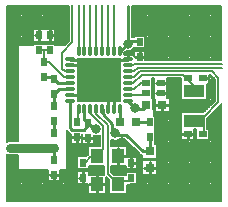
<source format=gtl>
%FSLAX24Y24*%
%MOIN*%
G70*
G01*
G75*
G04 Layer_Physical_Order=1*
G04 Layer_Color=255*
%ADD10C,0.0080*%
%ADD11R,0.0300X0.0300*%
%ADD12R,0.0200X0.0250*%
%ADD13R,0.0300X0.0300*%
%ADD14R,0.0250X0.0200*%
%ADD15O,0.0118X0.0335*%
%ADD16O,0.0335X0.0118*%
%ADD17R,0.1457X0.1457*%
%ADD18R,0.0433X0.0472*%
%ADD19R,0.0709X0.0394*%
%ADD20C,0.0100*%
%ADD21C,0.0060*%
%ADD22C,0.0300*%
%ADD23C,0.0320*%
%ADD24C,0.0240*%
D10*
X7261Y3316D02*
G03*
X7280Y3341I-85J85D01*
G01*
X7261Y3316D02*
G03*
X7280Y3341I-85J85D01*
G01*
X4108Y5101D02*
G03*
X4365Y5210I47J245D01*
G01*
X4365Y4956D02*
G03*
X4278Y4984I-87J-121D01*
G01*
X4566Y1667D02*
G03*
X4643Y1628I99J99D01*
G01*
X4566Y1667D02*
G03*
X4643Y1628I99J99D01*
G01*
X4171Y654D02*
G03*
X4228Y668I0J120D01*
G01*
X4171Y654D02*
G03*
X4228Y668I0J120D01*
G01*
X3612Y2147D02*
G03*
X3906Y2186I121J219D01*
G01*
X3021Y2271D02*
G03*
X3225Y2300I69J240D01*
G01*
X2208Y2383D02*
G03*
X2261Y2350I99J99D01*
G01*
X2208Y2383D02*
G03*
X2261Y2350I99J99D01*
G01*
X235Y2118D02*
G03*
X120Y2088I0J-240D01*
G01*
X120Y1667D02*
G03*
X235Y1638I115J211D01*
G01*
X7229Y4806D02*
X7229Y6630D01*
X7280Y4806D02*
X7280Y6630D01*
X7159Y4806D02*
X7159Y6630D01*
X4745Y4933D02*
X7280Y4933D01*
X4745Y4863D02*
X7280Y4863D01*
X4745Y5003D02*
X7280Y5003D01*
X6739Y4806D02*
X6739Y6630D01*
X6809Y4806D02*
X6809Y6630D01*
X6669Y4806D02*
X6669Y6630D01*
X6949Y4806D02*
X6949Y6630D01*
X7019Y4806D02*
X7019Y6630D01*
X6879Y4806D02*
X6879Y6630D01*
X6459Y4806D02*
X6459Y6630D01*
X6529Y4806D02*
X6529Y6630D01*
X6389Y4806D02*
X6389Y6630D01*
X6599Y4806D02*
X6599Y6630D01*
X7089Y4806D02*
X7089Y6630D01*
X4745Y4806D02*
X7280Y4806D01*
X6039Y4806D02*
X6039Y6630D01*
X6109Y4806D02*
X6109Y6630D01*
X5969Y4806D02*
X5969Y6630D01*
X6249Y4806D02*
X6249Y6630D01*
X6319Y4806D02*
X6319Y6630D01*
X6179Y4806D02*
X6179Y6630D01*
X4299Y6193D02*
X7280Y6193D01*
X4299Y6123D02*
X7280Y6123D01*
X4299Y6263D02*
X7280Y6263D01*
X4299Y5983D02*
X7280Y5983D01*
X4299Y5913D02*
X7280Y5913D01*
X4299Y6053D02*
X7280Y6053D01*
X4299Y6613D02*
X7280Y6613D01*
X4299Y6543D02*
X7280Y6543D01*
X4298Y6630D02*
X7280Y6630D01*
X4299Y6403D02*
X7280Y6403D01*
X4299Y6333D02*
X7280Y6333D01*
X4299Y6473D02*
X7280Y6473D01*
X4745Y5353D02*
X7280Y5353D01*
X4745Y5283D02*
X7280Y5283D01*
X4745Y5423D02*
X7280Y5423D01*
X4745Y5213D02*
X7280Y5213D01*
X4745Y5073D02*
X7280Y5073D01*
X4301Y5143D02*
X7280Y5143D01*
X4299Y5773D02*
X7280Y5773D01*
X4299Y5703D02*
X7280Y5703D01*
X4299Y5843D02*
X7280Y5843D01*
X4745Y5563D02*
X7280Y5563D01*
X4745Y5493D02*
X7280Y5493D01*
X4299Y5633D02*
X7280Y5633D01*
X6907Y4324D02*
X7056Y4175D01*
X6876Y4163D02*
X7056Y4163D01*
X6876Y4093D02*
X7056Y4093D01*
X6806Y3883D02*
X7056Y3883D01*
X6806Y3603D02*
X7056Y3603D01*
X6806Y4023D02*
X7056Y4023D01*
X6876Y4303D02*
X6928Y4303D01*
X6876Y4026D02*
X6876Y4324D01*
X6907Y4324D01*
X6876Y4233D02*
X6998Y4233D01*
X6806Y4026D02*
X6876Y4026D01*
X6806Y3953D02*
X7056Y3953D01*
X6806Y3533D02*
X7056Y3533D01*
X7198Y3253D02*
X7280Y3253D01*
X7128Y3183D02*
X7280Y3183D01*
X7058Y3113D02*
X7280Y3113D01*
X7019Y3414D02*
X7019Y4212D01*
X6949Y3344D02*
X6949Y4282D01*
X6879Y3274D02*
X6879Y4324D01*
X7056Y3451D02*
X7056Y4175D01*
X6809Y3204D02*
X6809Y4026D01*
X6806Y3485D02*
X6806Y4026D01*
X5476Y4163D02*
X5946Y4163D01*
X5476Y4093D02*
X5946Y4093D01*
X6806Y3743D02*
X7056Y3743D01*
X6806Y3673D02*
X7056Y3673D01*
X6806Y3813D02*
X7056Y3813D01*
X5476Y4203D02*
X5941Y4203D01*
X5946Y4059D02*
X5946Y4198D01*
X5476Y4023D02*
X5917Y4023D01*
X5476Y3883D02*
X5917Y3883D01*
X5476Y3603D02*
X5917Y3603D01*
X5476Y3953D02*
X5917Y3953D01*
X5917Y3485D02*
X6806Y3485D01*
X5550Y3463D02*
X7056Y3463D01*
X5550Y3393D02*
X6998Y3393D01*
X5550Y3253D02*
X6858Y3253D01*
X5550Y3183D02*
X6788Y3183D01*
X5550Y3323D02*
X6928Y3323D01*
X5917Y3485D02*
X5917Y4059D01*
X6739Y3134D02*
X6739Y3485D01*
X5550Y3533D02*
X5917Y3533D01*
X5917Y3075D02*
X6680Y3075D01*
X5550Y3113D02*
X6718Y3113D01*
X5479Y4806D02*
X5479Y6630D01*
X5549Y4806D02*
X5549Y6630D01*
X5409Y4806D02*
X5409Y6630D01*
X5829Y4806D02*
X5829Y6630D01*
X5899Y4806D02*
X5899Y6630D01*
X5619Y4806D02*
X5619Y6630D01*
X4709Y5631D02*
X4709Y6630D01*
X5339Y4806D02*
X5339Y6630D01*
X4639Y5631D02*
X4639Y6630D01*
X4745Y5201D02*
X4745Y5631D01*
X4709Y5131D02*
X4709Y5201D01*
X4639Y5131D02*
X4639Y5201D01*
X5129Y4806D02*
X5129Y6630D01*
X5199Y4806D02*
X5199Y6630D01*
X5059Y4806D02*
X5059Y6630D01*
X5689Y4806D02*
X5689Y6630D01*
X5759Y4806D02*
X5759Y6630D01*
X5269Y4806D02*
X5269Y6630D01*
X4919Y4806D02*
X4919Y6630D01*
X4989Y4806D02*
X4989Y6630D01*
X4849Y4806D02*
X4849Y6630D01*
X4779Y4806D02*
X4779Y6630D01*
X5046Y3906D02*
X5046Y4203D01*
X4745Y4806D02*
X4745Y5131D01*
X4499Y5631D02*
X4499Y6630D01*
X4569Y5631D02*
X4569Y6630D01*
X4365Y5631D02*
X4745Y5631D01*
X4365Y5201D02*
X4745Y5201D01*
X4499Y5131D02*
X4499Y5201D01*
X4365Y5131D02*
X4745Y5131D01*
X4429Y5631D02*
X4429Y6630D01*
X4359Y5576D02*
X4359Y6630D01*
X4299Y5576D02*
X4299Y6624D01*
X4365Y5576D02*
X4365Y5631D01*
X4429Y5131D02*
X4429Y5201D01*
X4299Y5576D02*
X4365Y5576D01*
X4569Y5131D02*
X4569Y5201D01*
X4365Y4956D02*
X4365Y5131D01*
X4289Y4984D02*
X4289Y5135D01*
X4359Y4960D02*
X4359Y5201D01*
X4219Y4984D02*
X4219Y5104D01*
X4149Y4984D02*
X4149Y5096D01*
X5476Y3866D02*
X5476Y3906D01*
X5476Y3866D02*
X5476Y3906D01*
X5476Y4203D01*
X5476Y3743D02*
X5917Y3743D01*
X5476Y3673D02*
X5917Y3673D01*
X5476Y3813D02*
X5917Y3813D01*
X5046Y3866D02*
X5046Y3906D01*
X5046Y3866D02*
X5046Y3906D01*
X5479Y3556D02*
X5479Y4203D01*
X5549Y3556D02*
X5549Y4203D01*
X5476Y3556D02*
X5550Y3556D01*
X5550Y3076D02*
X5550Y3556D01*
X5070Y3076D02*
X5550Y3076D01*
X5476Y3556D02*
X5476Y3866D01*
X5070Y3076D02*
X5070Y3526D01*
X5046Y3526D02*
X5046Y3866D01*
X5029Y3113D02*
X5070Y3113D01*
X4976Y4093D02*
X5046Y4093D01*
X4976Y4023D02*
X5046Y4023D01*
X4976Y4163D02*
X5046Y4163D01*
X4976Y3883D02*
X5046Y3883D01*
X4976Y3743D02*
X5046Y3743D01*
X4976Y3953D02*
X5046Y3953D01*
X4976Y3906D02*
X4976Y4203D01*
X4976Y3866D02*
X4976Y3906D01*
X4976Y4203D02*
X5046Y4203D01*
X4976Y3813D02*
X5046Y3813D01*
X4976Y3673D02*
X5046Y3673D01*
X4976Y3866D02*
X4976Y3906D01*
X5010Y3463D02*
X5070Y3463D01*
X5010Y3393D02*
X5070Y3393D01*
X4976Y3603D02*
X5046Y3603D01*
X5010Y3253D02*
X5070Y3253D01*
X5029Y3183D02*
X5070Y3183D01*
X5010Y3323D02*
X5070Y3323D01*
X4976Y3556D02*
X4976Y3866D01*
X4989Y3556D02*
X4989Y4203D01*
X4976Y3556D02*
X5010Y3556D01*
X5010Y3533D02*
X5046Y3533D01*
X5010Y3191D02*
X5010Y3556D01*
X6988Y3043D02*
X7280Y3043D01*
X6918Y2973D02*
X7280Y2973D01*
X6848Y2903D02*
X7280Y2903D01*
X6806Y2763D02*
X7280Y2763D01*
X6806Y2553D02*
X7280Y2553D01*
X6806Y2833D02*
X7280Y2833D01*
X6680Y3075D02*
X7056Y3451D01*
X6806Y2861D02*
X7261Y3316D01*
X6669Y3075D02*
X6669Y3485D01*
X6806Y2623D02*
X7280Y2623D01*
X6806Y2526D02*
X6866Y2526D01*
X6806Y2693D02*
X7280Y2693D01*
X7229Y120D02*
X7229Y3284D01*
X7280Y120D02*
X7280Y3341D01*
X7159Y120D02*
X7159Y3214D01*
X6866Y2483D02*
X7280Y2483D01*
X7089Y120D02*
X7089Y3144D01*
X6866Y2413D02*
X7280Y2413D01*
X6949Y120D02*
X6949Y3004D01*
X7019Y120D02*
X7019Y3074D01*
X6879Y120D02*
X6879Y2934D01*
X6809Y2526D02*
X6809Y2864D01*
X6866Y2146D02*
X6866Y2526D01*
X6806Y2526D02*
X6806Y2861D01*
X6529Y3075D02*
X6529Y3485D01*
X6599Y3075D02*
X6599Y3485D01*
X6459Y3075D02*
X6459Y3485D01*
X6389Y3075D02*
X6389Y3485D01*
X6366Y2501D02*
X6436Y2501D01*
X6319Y3075D02*
X6319Y3485D01*
X6179Y3075D02*
X6179Y3485D01*
X6249Y3075D02*
X6249Y3485D01*
X6109Y3075D02*
X6109Y3485D01*
X5969Y3075D02*
X5969Y3485D01*
X6039Y3075D02*
X6039Y3485D01*
X5070Y2483D02*
X5936Y2483D01*
X6436Y2146D02*
X6436Y2501D01*
X6389Y120D02*
X6389Y2501D01*
X6366Y2146D02*
X6366Y2501D01*
X6366Y2413D02*
X6436Y2413D01*
X6366Y2343D02*
X6436Y2343D01*
X6366Y2483D02*
X6436Y2483D01*
X5936Y2146D02*
X5936Y2501D01*
X5073Y2413D02*
X5936Y2413D01*
X5073Y2343D02*
X5936Y2343D01*
X6866Y2273D02*
X7280Y2273D01*
X6866Y2203D02*
X7280Y2203D01*
X6866Y2343D02*
X7280Y2343D01*
X5123Y1363D02*
X7280Y1363D01*
X5123Y1293D02*
X7280Y1293D01*
X5123Y1993D02*
X7280Y1993D01*
X6366Y2203D02*
X6436Y2203D01*
X6436Y2146D02*
X6866Y2146D01*
X6366Y2273D02*
X6436Y2273D01*
X5936Y2146D02*
X6366Y2146D01*
X5123Y1923D02*
X7280Y1923D01*
X5123Y1853D02*
X7280Y1853D01*
X6529Y120D02*
X6529Y2146D01*
X6599Y120D02*
X6599Y2146D01*
X6459Y120D02*
X6459Y2146D01*
X6739Y120D02*
X6739Y2146D01*
X6809Y120D02*
X6809Y2146D01*
X6669Y120D02*
X6669Y2146D01*
X6039Y120D02*
X6039Y2146D01*
X6109Y120D02*
X6109Y2146D01*
X5969Y120D02*
X5969Y2146D01*
X6249Y120D02*
X6249Y2146D01*
X6319Y120D02*
X6319Y2146D01*
X6179Y120D02*
X6179Y2146D01*
X5123Y1643D02*
X7280Y1643D01*
X5123Y1573D02*
X7280Y1573D01*
X4470Y1503D02*
X7280Y1503D01*
X5123Y1223D02*
X7280Y1223D01*
X5123Y1153D02*
X7280Y1153D01*
X5123Y1433D02*
X7280Y1433D01*
X5073Y2203D02*
X5936Y2203D01*
X5073Y2133D02*
X7280Y2133D01*
X5073Y2273D02*
X5936Y2273D01*
X5123Y1783D02*
X7280Y1783D01*
X5123Y1713D02*
X7280Y1713D01*
X5073Y2063D02*
X7280Y2063D01*
X4470Y733D02*
X7280Y733D01*
X4216Y663D02*
X7280Y663D01*
X4137Y593D02*
X7280Y593D01*
X4137Y453D02*
X7280Y453D01*
X4137Y383D02*
X7280Y383D01*
X4137Y523D02*
X7280Y523D01*
X5123Y1083D02*
X7280Y1083D01*
X5123Y1013D02*
X7280Y1013D01*
X4470Y943D02*
X7280Y943D01*
X4470Y803D02*
X7280Y803D01*
X4470Y873D02*
X7280Y873D01*
X5073Y2833D02*
X5917Y2833D01*
X5073Y2763D02*
X5917Y2763D01*
X5073Y2903D02*
X5917Y2903D01*
X5073Y2623D02*
X5917Y2623D01*
X5073Y2553D02*
X5917Y2553D01*
X5073Y2693D02*
X5917Y2693D01*
X5073Y2531D02*
X5073Y2961D01*
X5917Y2501D02*
X5917Y3075D01*
X5070Y2461D02*
X5070Y2531D01*
X5073Y2031D02*
X5073Y2461D01*
X5123Y1526D02*
X5123Y2006D01*
X5071Y2006D02*
X5123Y2006D01*
X5829Y120D02*
X5829Y4203D01*
X5899Y120D02*
X5899Y4203D01*
X5759Y120D02*
X5759Y4203D01*
X5619Y120D02*
X5619Y4203D01*
X5689Y120D02*
X5689Y4203D01*
X5549Y120D02*
X5549Y3076D01*
X5199Y120D02*
X5199Y3076D01*
X5269Y120D02*
X5269Y3076D01*
X5129Y120D02*
X5129Y3076D01*
X5409Y120D02*
X5409Y3076D01*
X5479Y120D02*
X5479Y3076D01*
X5339Y120D02*
X5339Y3076D01*
X5030Y3043D02*
X5917Y3043D01*
X5030Y2973D02*
X5917Y2973D01*
X5028Y3191D02*
X5030Y2961D01*
X5073Y2961D01*
X4137Y1853D02*
X4380Y1853D01*
X4429Y1598D02*
X4429Y1804D01*
X4137Y1923D02*
X4310Y1923D01*
X4137Y1713D02*
X4520Y1713D01*
X4137Y1643D02*
X4598Y1643D01*
X4137Y1783D02*
X4450Y1783D01*
X4569Y120D02*
X4569Y1664D01*
X4639Y120D02*
X4639Y1628D01*
X4499Y120D02*
X4499Y1734D01*
X4643Y1526D02*
X4643Y1628D01*
X4470Y1168D02*
X4470Y1598D01*
X4137Y1598D02*
X4470Y1598D01*
X4219Y1598D02*
X4219Y2014D01*
X4289Y1598D02*
X4289Y1944D01*
X4149Y1598D02*
X4149Y2084D01*
X4359Y1598D02*
X4359Y1874D01*
X4137Y1598D02*
X4137Y1936D01*
X4989Y1466D02*
X4989Y1526D01*
X5059Y1466D02*
X5059Y1526D01*
X4643Y1526D02*
X5123Y1526D01*
X4919Y1466D02*
X4919Y1526D01*
X4643Y1466D02*
X5123Y1466D01*
X4779Y1466D02*
X4779Y1526D01*
X4849Y1466D02*
X4849Y1526D01*
X4470Y1573D02*
X4643Y1573D01*
X4709Y1466D02*
X4709Y1526D01*
X4470Y1293D02*
X4643Y1293D01*
X4470Y1223D02*
X4643Y1223D01*
X5123Y986D02*
X5123Y1466D01*
X4919Y120D02*
X4919Y986D01*
X4989Y120D02*
X4989Y986D01*
X5059Y120D02*
X5059Y986D01*
X4643Y986D02*
X5123Y986D01*
X4643Y986D02*
X4643Y1466D01*
X4779Y120D02*
X4779Y986D01*
X4849Y120D02*
X4849Y986D01*
X4709Y120D02*
X4709Y986D01*
X4470Y1433D02*
X4643Y1433D01*
X4470Y1363D02*
X4643Y1363D01*
X4470Y1083D02*
X4643Y1083D01*
X4470Y1013D02*
X4643Y1013D01*
X4429Y1098D02*
X4429Y1168D01*
X4359Y1098D02*
X4359Y1168D01*
X4219Y1098D02*
X4219Y1168D01*
X4289Y1098D02*
X4289Y1168D01*
X4149Y1098D02*
X4149Y1168D01*
X4470Y668D02*
X4470Y1098D01*
X4429Y120D02*
X4429Y668D01*
X4228Y668D02*
X4470Y668D01*
X4289Y120D02*
X4289Y668D01*
X4359Y120D02*
X4359Y668D01*
X4219Y120D02*
X4219Y664D01*
X4137Y654D02*
X4171Y654D01*
X4149Y120D02*
X4149Y654D01*
X4137Y344D02*
X4137Y654D01*
X1745Y5773D02*
X2192Y5773D01*
X1745Y5703D02*
X2192Y5703D01*
X1745Y5843D02*
X2192Y5843D01*
X1745Y5563D02*
X2192Y5563D01*
X1745Y5493D02*
X2192Y5493D01*
X1745Y5633D02*
X2192Y5633D01*
X2192Y5454D02*
X2192Y6630D01*
X2189Y5451D02*
X2189Y6630D01*
X2119Y5381D02*
X2119Y6630D01*
X1745Y5431D02*
X1745Y5861D01*
X2049Y5326D02*
X2049Y6630D01*
X1745Y5353D02*
X2091Y5353D01*
X4080Y5073D02*
X4365Y5073D01*
X4043Y5036D02*
X4108Y5101D01*
X2064Y5326D02*
X2192Y5454D01*
X4043Y5002D02*
X4043Y5036D01*
X4079Y4984D02*
X4079Y5072D01*
X4043Y5003D02*
X4365Y5003D01*
X1909Y5326D02*
X1909Y6630D01*
X1979Y5326D02*
X1979Y6630D01*
X1839Y5326D02*
X1839Y6630D01*
X1745Y5326D02*
X1745Y5361D01*
X1769Y5326D02*
X1769Y6630D01*
X1745Y5326D02*
X2064Y5326D01*
X120Y6193D02*
X2192Y6193D01*
X120Y6123D02*
X2192Y6123D01*
X120Y6263D02*
X2192Y6263D01*
X120Y5983D02*
X2192Y5983D01*
X120Y5913D02*
X2192Y5913D01*
X120Y6053D02*
X2192Y6053D01*
X120Y6613D02*
X2192Y6613D01*
X120Y6543D02*
X2192Y6543D01*
X120Y6630D02*
X2192Y6630D01*
X120Y6403D02*
X2192Y6403D01*
X120Y6333D02*
X2192Y6333D01*
X120Y6473D02*
X2192Y6473D01*
X1699Y5861D02*
X1699Y6630D01*
X1395Y5861D02*
X1745Y5861D01*
X1395Y5431D02*
X1745Y5431D01*
X1395Y5361D02*
X1745Y5361D01*
X120Y5423D02*
X2161Y5423D01*
X1629Y5861D02*
X1629Y6630D01*
X1629Y5361D02*
X1629Y5431D01*
X1699Y5361D02*
X1699Y5431D01*
X1559Y5361D02*
X1559Y5431D01*
X4061Y4984D02*
X4278Y4984D01*
X3906Y2186D02*
X4047Y2186D01*
X3612Y2133D02*
X3642Y2133D01*
X3824Y2133D02*
X4100Y2133D01*
X3612Y2063D02*
X4170Y2063D01*
X3168Y2273D02*
X3225Y2273D01*
X3021Y2011D02*
X3021Y2271D01*
X3021Y2133D02*
X3225Y2133D01*
X3021Y2063D02*
X3225Y2063D01*
X3021Y2203D02*
X3225Y2203D01*
X4009Y1936D02*
X4009Y2186D01*
X4079Y1936D02*
X4079Y2154D01*
X3939Y1936D02*
X3939Y2186D01*
X3729Y1936D02*
X3729Y2116D01*
X3799Y1936D02*
X3799Y2125D01*
X3612Y1993D02*
X4240Y1993D01*
X3169Y1936D02*
X3169Y2273D01*
X3225Y1936D02*
X3225Y2300D01*
X3029Y1936D02*
X3029Y2269D01*
X3099Y1936D02*
X3099Y2261D01*
X3659Y1936D02*
X3659Y2127D01*
X2959Y1936D02*
X2959Y2011D01*
X2125Y2343D02*
X2261Y2343D01*
X2141Y2450D02*
X2208Y2383D01*
X2125Y2413D02*
X2178Y2413D01*
X2125Y2203D02*
X2261Y2203D01*
X2125Y2133D02*
X2261Y2133D01*
X2125Y2273D02*
X2261Y2273D01*
X2641Y2017D02*
X2641Y2342D01*
X2641Y2011D02*
X3021Y2011D01*
X2824Y1936D02*
X3225Y1936D01*
X2889Y1936D02*
X2889Y2011D01*
X2125Y1993D02*
X3225Y1993D01*
X2641Y2017D02*
X2641Y2342D01*
X2261Y2017D02*
X2261Y2350D01*
X2261Y2017D02*
X2641Y2017D01*
X2125Y2063D02*
X2261Y2063D01*
X1489Y5861D02*
X1489Y6630D01*
X1559Y5861D02*
X1559Y6630D01*
X1419Y5861D02*
X1419Y6630D01*
X1279Y5861D02*
X1279Y6630D01*
X1349Y5861D02*
X1349Y6630D01*
X1015Y5861D02*
X1365Y5861D01*
X1139Y5861D02*
X1139Y6630D01*
X1209Y5861D02*
X1209Y6630D01*
X1069Y5861D02*
X1069Y6630D01*
X1419Y5361D02*
X1419Y5431D01*
X1489Y5361D02*
X1489Y5431D01*
X1015Y5431D02*
X1365Y5431D01*
X1279Y5361D02*
X1279Y5431D01*
X1349Y5361D02*
X1349Y5431D01*
X1015Y5361D02*
X1365Y5361D01*
X1015Y5431D02*
X1015Y5861D01*
X1139Y5361D02*
X1139Y5431D01*
X999Y5326D02*
X999Y6630D01*
X1069Y5361D02*
X1069Y5431D01*
X1209Y5361D02*
X1209Y5431D01*
X1015Y5326D02*
X1015Y5361D01*
X120Y5773D02*
X1015Y5773D01*
X120Y5703D02*
X1015Y5703D01*
X120Y5843D02*
X1015Y5843D01*
X120Y5563D02*
X1015Y5563D01*
X120Y5493D02*
X1015Y5493D01*
X120Y5633D02*
X1015Y5633D01*
X579Y5326D02*
X579Y6630D01*
X649Y5326D02*
X649Y6630D01*
X509Y5326D02*
X509Y6630D01*
X505Y5326D02*
X1015Y5326D01*
X719Y5326D02*
X719Y6630D01*
X120Y5353D02*
X1015Y5353D01*
X859Y5326D02*
X859Y6630D01*
X929Y5326D02*
X929Y6630D01*
X789Y5326D02*
X789Y6630D01*
X439Y2118D02*
X439Y6630D01*
X505Y2118D02*
X505Y5326D01*
X120Y5283D02*
X505Y5283D01*
X229Y2118D02*
X229Y6630D01*
X159Y2105D02*
X159Y6630D01*
X120Y2088D02*
X120Y6630D01*
X369Y2118D02*
X369Y6630D01*
X299Y2118D02*
X299Y6630D01*
X120Y3113D02*
X505Y3113D01*
X120Y3043D02*
X505Y3043D01*
X120Y3183D02*
X505Y3183D01*
X120Y2903D02*
X505Y2903D01*
X120Y2833D02*
X505Y2833D01*
X120Y2973D02*
X505Y2973D01*
X120Y3533D02*
X505Y3533D01*
X120Y3463D02*
X505Y3463D01*
X120Y3603D02*
X505Y3603D01*
X120Y3323D02*
X505Y3323D01*
X120Y3253D02*
X505Y3253D01*
X120Y3393D02*
X505Y3393D01*
X120Y2693D02*
X505Y2693D01*
X120Y2623D02*
X505Y2623D01*
X120Y2763D02*
X505Y2763D01*
X120Y2483D02*
X505Y2483D01*
X120Y2413D02*
X505Y2413D01*
X120Y2553D02*
X505Y2553D01*
X120Y2273D02*
X505Y2273D01*
X120Y2203D02*
X505Y2203D01*
X120Y2343D02*
X505Y2343D01*
X120Y2133D02*
X505Y2133D01*
X235Y2118D02*
X505Y2118D01*
X120Y4723D02*
X505Y4723D01*
X120Y4653D02*
X505Y4653D01*
X120Y4793D02*
X505Y4793D01*
X120Y4513D02*
X505Y4513D01*
X120Y4443D02*
X505Y4443D01*
X120Y4583D02*
X505Y4583D01*
X120Y5143D02*
X505Y5143D01*
X120Y5073D02*
X505Y5073D01*
X120Y5213D02*
X505Y5213D01*
X120Y4933D02*
X505Y4933D01*
X120Y4863D02*
X505Y4863D01*
X120Y5003D02*
X505Y5003D01*
X120Y3953D02*
X505Y3953D01*
X120Y3883D02*
X505Y3883D01*
X120Y4023D02*
X505Y4023D01*
X120Y3743D02*
X505Y3743D01*
X120Y3673D02*
X505Y3673D01*
X120Y3813D02*
X505Y3813D01*
X120Y4303D02*
X505Y4303D01*
X120Y4233D02*
X505Y4233D01*
X120Y4373D02*
X505Y4373D01*
X120Y4093D02*
X505Y4093D01*
X120Y4163D02*
X505Y4163D01*
X4047Y2186D02*
X4566Y1667D01*
X4090Y1168D02*
X4470Y1168D01*
X3612Y1153D02*
X4643Y1153D01*
X4090Y1098D02*
X4470Y1098D01*
X3612Y1083D02*
X4090Y1083D01*
X3869Y1936D02*
X3869Y2156D01*
X3612Y1936D02*
X3612Y2147D01*
X4090Y1168D02*
X4090Y1284D01*
X3612Y1223D02*
X4090Y1223D01*
X4009Y996D02*
X4009Y1284D01*
X4079Y996D02*
X4079Y1284D01*
X3939Y996D02*
X3939Y1284D01*
X3683Y996D02*
X4090Y996D01*
X4090Y1098D01*
X3666Y1013D02*
X4090Y1013D01*
X3799Y996D02*
X3799Y1284D01*
X3869Y996D02*
X3869Y1284D01*
X3729Y996D02*
X3729Y1284D01*
X3612Y1067D02*
X3612Y1284D01*
X3659Y1020D02*
X3659Y1284D01*
X3612Y1067D02*
X3683Y996D01*
X3612Y1936D02*
X4137Y1936D01*
X3612Y1284D02*
X4090Y1284D01*
X2860Y1284D02*
X3372Y1284D01*
X2860Y1223D02*
X3372Y1223D01*
X2860Y1178D02*
X2860Y1284D01*
X2480Y1178D02*
X2860Y1178D01*
X2125Y1923D02*
X2824Y1923D01*
X2824Y1653D02*
X2824Y1936D01*
X2125Y1853D02*
X2824Y1853D01*
X2125Y1713D02*
X2824Y1713D01*
X2779Y1608D02*
X2824Y1653D01*
X2125Y1783D02*
X2824Y1783D01*
X3372Y1017D02*
X3372Y1284D01*
X3309Y996D02*
X3309Y1284D01*
X3169Y996D02*
X3169Y1284D01*
X2860Y1083D02*
X3372Y1083D01*
X3239Y996D02*
X3239Y1284D01*
X2125Y1153D02*
X3372Y1153D01*
X3029Y996D02*
X3029Y1284D01*
X3099Y996D02*
X3099Y1284D01*
X2959Y996D02*
X2959Y1284D01*
X2860Y996D02*
X2860Y1108D01*
X2889Y996D02*
X2889Y1284D01*
X2480Y1108D02*
X2860Y1108D01*
X3436Y803D02*
X3524Y803D01*
X3436Y733D02*
X3524Y733D01*
X3436Y903D02*
X3524Y815D01*
X3436Y593D02*
X3524Y593D01*
X3524Y344D02*
X4137Y344D01*
X3436Y663D02*
X3524Y663D01*
X3436Y873D02*
X3466Y873D01*
X3524Y344D02*
X3524Y815D01*
X3436Y344D02*
X3436Y903D01*
X3436Y453D02*
X3524Y453D01*
X3436Y383D02*
X3524Y383D01*
X3436Y523D02*
X3524Y523D01*
X3799Y120D02*
X3799Y344D01*
X3869Y120D02*
X3869Y344D01*
X3729Y120D02*
X3729Y344D01*
X4009Y120D02*
X4009Y344D01*
X4079Y120D02*
X4079Y344D01*
X3939Y120D02*
X3939Y344D01*
X3519Y120D02*
X3519Y820D01*
X3589Y120D02*
X3589Y344D01*
X3449Y120D02*
X3449Y890D01*
X3379Y120D02*
X3379Y344D01*
X3659Y120D02*
X3659Y344D01*
X3309Y120D02*
X3309Y344D01*
X2860Y996D02*
X3374Y996D01*
X2823Y344D02*
X3436Y344D01*
X2480Y678D02*
X2823Y678D01*
X120Y663D02*
X2823Y663D01*
X120Y593D02*
X2823Y593D01*
X120Y453D02*
X2823Y453D01*
X120Y383D02*
X2823Y383D01*
X120Y523D02*
X2823Y523D01*
X3169Y120D02*
X3169Y344D01*
X3239Y120D02*
X3239Y344D01*
X120Y313D02*
X7280Y313D01*
X120Y173D02*
X7280Y173D01*
X120Y120D02*
X7280Y120D01*
X120Y243D02*
X7280Y243D01*
X2889Y120D02*
X2889Y344D01*
X2959Y120D02*
X2959Y344D01*
X2823Y344D02*
X2823Y678D01*
X3099Y120D02*
X3099Y344D01*
X3029Y120D02*
X3029Y344D01*
X2819Y1648D02*
X2819Y2011D01*
X2749Y1608D02*
X2749Y2011D01*
X2609Y1608D02*
X2609Y2017D01*
X2480Y1608D02*
X2779Y1608D01*
X2679Y1608D02*
X2679Y2011D01*
X2125Y1643D02*
X2814Y1643D01*
X2539Y1608D02*
X2539Y2017D01*
X2125Y1573D02*
X2480Y1573D01*
X2125Y1503D02*
X2480Y1503D01*
X2125Y1363D02*
X2480Y1363D01*
X2125Y1223D02*
X2480Y1223D01*
X2125Y1433D02*
X2480Y1433D01*
X2539Y1108D02*
X2539Y1178D01*
X2609Y1108D02*
X2609Y1178D01*
X2480Y1178D02*
X2480Y1608D01*
X2749Y1108D02*
X2749Y1178D01*
X2819Y1108D02*
X2819Y1178D01*
X2679Y1108D02*
X2679Y1178D01*
X2189Y120D02*
X2189Y2402D01*
X2259Y120D02*
X2259Y2351D01*
X2125Y1146D02*
X2125Y2469D01*
X2399Y120D02*
X2399Y2017D01*
X2469Y120D02*
X2469Y2017D01*
X2329Y120D02*
X2329Y2017D01*
X235Y1638D02*
X505Y1638D01*
X120Y1573D02*
X505Y1573D01*
X120Y1503D02*
X505Y1503D01*
X2125Y1293D02*
X2480Y1293D01*
X1895Y1146D02*
X2125Y1146D01*
X120Y1433D02*
X505Y1433D01*
X120Y1643D02*
X184Y1643D01*
X120Y1363D02*
X505Y1363D01*
X120Y1223D02*
X505Y1223D01*
X120Y1153D02*
X505Y1153D01*
X120Y1293D02*
X505Y1293D01*
X505Y1146D02*
X505Y1638D01*
X1909Y120D02*
X1909Y1146D01*
X439Y120D02*
X439Y1638D01*
X2049Y120D02*
X2049Y1146D01*
X2119Y120D02*
X2119Y1146D01*
X1979Y120D02*
X1979Y1146D01*
X159Y120D02*
X159Y1650D01*
X229Y120D02*
X229Y1638D01*
X120Y120D02*
X120Y1667D01*
X369Y120D02*
X369Y1638D01*
X299Y120D02*
X299Y1638D01*
X1895Y1083D02*
X2480Y1083D01*
X1895Y1013D02*
X2480Y1013D01*
X1895Y943D02*
X2480Y943D01*
X1895Y873D02*
X2480Y873D01*
X1895Y781D02*
X1895Y1146D01*
X1895Y803D02*
X2480Y803D01*
X1515Y781D02*
X1895Y781D01*
X2749Y120D02*
X2749Y678D01*
X2819Y120D02*
X2819Y678D01*
X2609Y120D02*
X2609Y678D01*
X2679Y120D02*
X2679Y678D01*
X2539Y120D02*
X2539Y678D01*
X2480Y678D02*
X2480Y1108D01*
X1839Y120D02*
X1839Y781D01*
X1769Y120D02*
X1769Y781D01*
X1629Y120D02*
X1629Y781D01*
X1699Y120D02*
X1699Y781D01*
X1559Y120D02*
X1559Y781D01*
X505Y1146D02*
X1515Y1146D01*
X120Y1083D02*
X1515Y1083D01*
X120Y1013D02*
X1515Y1013D01*
X120Y873D02*
X1515Y873D01*
X120Y733D02*
X2480Y733D01*
X120Y943D02*
X1515Y943D01*
X1139Y120D02*
X1139Y1146D01*
X1209Y120D02*
X1209Y1146D01*
X1069Y120D02*
X1069Y1146D01*
X1515Y781D02*
X1515Y1146D01*
X1279Y120D02*
X1279Y1146D01*
X120Y803D02*
X1515Y803D01*
X929Y120D02*
X929Y1146D01*
X999Y120D02*
X999Y1146D01*
X859Y120D02*
X859Y1146D01*
X1419Y120D02*
X1419Y1146D01*
X1489Y120D02*
X1489Y1146D01*
X1349Y120D02*
X1349Y1146D01*
X579Y120D02*
X579Y1146D01*
X649Y120D02*
X649Y1146D01*
X509Y120D02*
X509Y1146D01*
X789Y120D02*
X789Y1146D01*
X719Y120D02*
X719Y1146D01*
D11*
X3893Y2746D02*
D03*
X4433Y2746D02*
D03*
X5310Y3316D02*
D03*
X4770Y3316D02*
D03*
D12*
X4883Y2746D02*
D03*
X4883Y2246D02*
D03*
X4555Y5416D02*
D03*
X4555Y4916D02*
D03*
X2451Y2232D02*
D03*
X2451Y2732D02*
D03*
X1705Y2796D02*
D03*
X1705Y3296D02*
D03*
X1355Y4246D02*
D03*
X1355Y4746D02*
D03*
X1705Y3696D02*
D03*
X1705Y4196D02*
D03*
X1705Y996D02*
D03*
X1705Y1496D02*
D03*
X1705Y2396D02*
D03*
X1705Y1896D02*
D03*
X2831Y2226D02*
D03*
X2831Y2726D02*
D03*
X1205Y5146D02*
D03*
X1205Y5646D02*
D03*
X1555Y5146D02*
D03*
X1555Y5646D02*
D03*
X2670Y1393D02*
D03*
X2670Y893D02*
D03*
X4280Y883D02*
D03*
X4280Y1383D02*
D03*
D13*
X4883Y1226D02*
D03*
X4883Y1766D02*
D03*
D14*
X4761Y3716D02*
D03*
X5261Y3716D02*
D03*
X6651Y2336D02*
D03*
X6151Y2336D02*
D03*
X6161Y4216D02*
D03*
X6661Y4216D02*
D03*
X4761Y4056D02*
D03*
X5261Y4056D02*
D03*
D15*
X3894Y3181D02*
D03*
X3697Y3181D02*
D03*
X3500Y3181D02*
D03*
X3303Y3181D02*
D03*
X3107Y3181D02*
D03*
X2910Y3181D02*
D03*
X2713Y3181D02*
D03*
X2516Y3181D02*
D03*
X2516Y5111D02*
D03*
X2713Y5111D02*
D03*
X2910Y5111D02*
D03*
X3107Y5111D02*
D03*
X3303Y5111D02*
D03*
X3500Y5111D02*
D03*
X3697Y5111D02*
D03*
X3894Y5111D02*
D03*
D16*
X2240Y3457D02*
D03*
X2240Y3654D02*
D03*
X2240Y3851D02*
D03*
X2240Y4048D02*
D03*
X2240Y4244D02*
D03*
X2240Y4441D02*
D03*
X2240Y4638D02*
D03*
X2240Y4835D02*
D03*
X4170Y4835D02*
D03*
X4170Y4638D02*
D03*
X4170Y4441D02*
D03*
X4170Y4244D02*
D03*
X4170Y4048D02*
D03*
X4170Y3851D02*
D03*
X4170Y3654D02*
D03*
X4170Y3457D02*
D03*
D17*
X3205Y4146D02*
D03*
D18*
X3831Y1610D02*
D03*
X3131Y1610D02*
D03*
X3831Y670D02*
D03*
X3129Y670D02*
D03*
D19*
X6361Y3772D02*
D03*
X6361Y2788D02*
D03*
D20*
X6661Y4216D02*
X6836Y4216D01*
X4555Y4916D02*
X4705Y4916D01*
X4555Y4916D02*
X4555Y5091D01*
X4405Y4916D02*
X4555Y4916D01*
X4170Y4835D02*
X4170Y4944D01*
X5086Y4056D02*
X5261Y4056D01*
X5436Y4056D01*
X5086Y3716D02*
X5261Y3716D01*
X5436Y3716D01*
X5310Y3316D02*
X5510Y3316D01*
X5110Y3316D02*
X5310Y3316D01*
X5310Y3116D02*
X5310Y3316D01*
X6151Y2186D02*
X6151Y2336D01*
X5976Y2336D02*
X6151Y2336D01*
X6326Y2336D01*
X4883Y1226D02*
X4883Y1426D01*
X4883Y1226D02*
X5083Y1226D01*
X4683Y1226D02*
X4883Y1226D01*
X4883Y1026D02*
X4883Y1226D01*
X4280Y1383D02*
X4430Y1383D01*
X4280Y1208D02*
X4280Y1383D01*
X4280Y1558D01*
X1555Y5646D02*
X1705Y5646D01*
X1555Y5646D02*
X1555Y5821D01*
X1555Y5471D02*
X1555Y5646D01*
X2301Y2232D02*
X2451Y2232D01*
X2681Y2226D02*
X2831Y2226D01*
X2981Y2226D01*
X2451Y2232D02*
X2601Y2232D01*
X2831Y2051D02*
X2831Y2226D01*
X2451Y2057D02*
X2451Y2232D01*
X1205Y5646D02*
X1205Y5821D01*
X1205Y5471D02*
X1205Y5646D01*
X1055Y5646D02*
X1205Y5646D01*
X3831Y1610D02*
X4097Y1610D01*
X3831Y1610D02*
X3831Y1896D01*
X3831Y1324D02*
X3831Y1610D01*
X3129Y670D02*
X3129Y956D01*
X3129Y670D02*
X3396Y670D01*
X2863Y670D02*
X3129Y670D01*
X3129Y384D02*
X3129Y670D01*
X2670Y893D02*
X2670Y1068D01*
X2520Y893D02*
X2670Y893D01*
X1705Y996D02*
X1855Y996D01*
X1555Y996D02*
X1705Y996D01*
X1705Y821D02*
X1705Y996D01*
X2670Y718D02*
X2670Y893D01*
X4159Y5350D02*
X4159Y6620D01*
X2713Y2827D02*
X2830Y2710D01*
X4673Y3195D02*
X4791Y3313D01*
X4883Y1766D02*
X4883Y2206D01*
X4883Y1756D02*
X4883Y1766D01*
X3733Y2326D02*
X4105Y2326D01*
X3642Y2417D02*
X3733Y2326D01*
X4665Y1766D02*
X4883Y1766D01*
X4105Y2326D02*
X4665Y1766D01*
X2831Y2726D02*
X3047Y2511D01*
X2307Y2482D02*
X2686Y2482D01*
X2240Y2549D02*
X2307Y2482D01*
X2240Y2549D02*
X2240Y3457D01*
X2686Y2482D02*
X2812Y2608D01*
X3316Y3018D02*
X3642Y2693D01*
X3642Y2417D02*
X3642Y2693D01*
X3316Y3018D02*
X3316Y3181D01*
X4170Y3457D02*
X4406Y3221D01*
X3894Y3181D02*
X3905Y3170D01*
X3905Y2746D02*
X3905Y3170D01*
X3500Y3181D02*
X3500Y3498D01*
X2713Y2827D02*
X2713Y3181D01*
X3905Y5096D02*
X4245Y5436D01*
X4431Y3195D02*
X4673Y3195D01*
X4245Y5436D02*
X4551Y5436D01*
X4155Y4826D02*
X4165Y4836D01*
X3697Y3498D02*
X3705Y3506D01*
X1675Y1846D02*
X1695Y1866D01*
X1834Y4054D02*
X2233Y4054D01*
X1692Y4196D02*
X1834Y4054D01*
X1853Y3857D02*
X2233Y3857D01*
X1705Y3316D02*
X1705Y3696D01*
X1695Y3306D02*
X1705Y3316D01*
X1692Y3696D02*
X1853Y3857D01*
X1695Y2396D02*
X1705Y2406D01*
X1705Y2816D01*
X1705Y4246D02*
X1715Y4236D01*
X1355Y4246D02*
X1705Y4246D01*
X2240Y3654D02*
X2717Y3654D01*
X2735Y3636D01*
X3895Y4826D02*
X4155Y4826D01*
X3815Y4746D02*
X3895Y4826D01*
X1695Y1506D02*
X1705Y1516D01*
X1705Y1876D01*
X3697Y3181D02*
X3697Y3498D01*
X4433Y2746D02*
X4883Y2746D01*
X2240Y4638D02*
X2713Y4638D01*
X3205Y4146D01*
X2240Y4835D02*
X2249Y4826D01*
X2525Y4826D01*
X3205Y4146D01*
D21*
X2910Y3047D02*
X2910Y3181D01*
X2910Y3047D02*
X3345Y2613D01*
X2312Y5404D02*
X2312Y6634D01*
X1971Y5063D02*
X2312Y5404D01*
X1971Y4530D02*
X1971Y5063D01*
X1971Y4530D02*
X2060Y4441D01*
X3697Y5111D02*
X3697Y6640D01*
X3500Y5111D02*
X3500Y6640D01*
X3303Y5111D02*
X3303Y6640D01*
X3107Y5111D02*
X3107Y6640D01*
X2910Y5111D02*
X2910Y6640D01*
X2713Y5111D02*
X2713Y6640D01*
X2516Y5111D02*
X2516Y6640D01*
X3123Y1626D02*
X3345Y1848D01*
X3735Y774D02*
X4171Y774D01*
X3492Y1017D02*
X3735Y774D01*
X3492Y1017D02*
X3492Y2638D01*
X6682Y2316D02*
X6682Y2907D01*
X4171Y774D02*
X4280Y883D01*
X3107Y3023D02*
X3107Y3181D01*
X4170Y3851D02*
X4379Y3851D01*
X4584Y4056D01*
X4781Y4056D01*
X4676Y3654D02*
X4751Y3729D01*
X4170Y3654D02*
X4676Y3654D01*
X3345Y1848D02*
X3345Y2613D01*
X3107Y3023D02*
X3492Y2638D01*
X2679Y1429D02*
X2769Y1429D01*
X2913Y1573D01*
X4622Y4323D02*
X5991Y4323D01*
X4347Y4048D02*
X4622Y4323D01*
X4170Y4048D02*
X4347Y4048D01*
X4145Y4236D02*
X4355Y4236D01*
X4563Y4444D01*
X2110Y4251D02*
X2233Y4251D01*
X2913Y1573D02*
X3020Y1573D01*
X2495Y2732D02*
X2495Y3196D01*
X1545Y4746D02*
X2045Y4246D01*
X2060Y4441D02*
X2240Y4441D01*
X1365Y4756D02*
X1365Y5146D01*
X1535Y5146D02*
X1545Y5156D01*
X1355Y4746D02*
X1545Y4746D01*
X1195Y5146D02*
X1535Y5146D01*
X2045Y4246D02*
X2245Y4246D01*
X4170Y4441D02*
X4370Y4441D01*
X4493Y4564D01*
X4170Y4638D02*
X4345Y4638D01*
X4393Y4686D01*
X4563Y4444D02*
X6957Y4444D01*
X4493Y4564D02*
X7290Y4564D01*
X4393Y4686D02*
X7290Y4686D01*
X5991Y4323D02*
X6352Y3962D01*
X6682Y2907D02*
X7176Y3401D01*
X7176Y4225D01*
X6957Y4444D02*
X7176Y4225D01*
D22*
X235Y1878D02*
X1705Y1878D01*
D23*
X4500Y6450D02*
D03*
X1923Y5676D02*
D03*
X2000Y6450D02*
D03*
X3733Y2366D02*
D03*
X6133Y1746D02*
D03*
X4283Y1746D02*
D03*
X300Y4250D02*
D03*
X300Y1500D02*
D03*
X300Y2250D02*
D03*
X4406Y3221D02*
D03*
X3091Y2511D02*
D03*
X4713Y826D02*
D03*
X7100Y300D02*
D03*
X6936Y3898D02*
D03*
X7083Y1706D02*
D03*
X5303Y956D02*
D03*
X5500Y6450D02*
D03*
X3830Y1145D02*
D03*
X3111Y1153D02*
D03*
X5657Y4069D02*
D03*
X2634Y1912D02*
D03*
X2313Y1466D02*
D03*
X1359Y5985D02*
D03*
X5743Y3286D02*
D03*
X4155Y5346D02*
D03*
X5750Y5000D02*
D03*
X5500Y300D02*
D03*
X300Y6450D02*
D03*
X805Y5506D02*
D03*
X1383Y976D02*
D03*
X300Y300D02*
D03*
X5684Y3722D02*
D03*
X3953Y2066D02*
D03*
X4885Y4957D02*
D03*
X7100Y5000D02*
D03*
X7100Y6450D02*
D03*
X6983Y2709D02*
D03*
X2523Y496D02*
D03*
X5793Y2346D02*
D03*
D24*
X3205Y4146D02*
D03*
X3205Y3674D02*
D03*
X3677Y3674D02*
D03*
X3677Y4146D02*
D03*
X3677Y4618D02*
D03*
X3205Y4618D02*
D03*
X2733Y4618D02*
D03*
X2733Y4146D02*
D03*
X2733Y3674D02*
D03*
M02*

</source>
